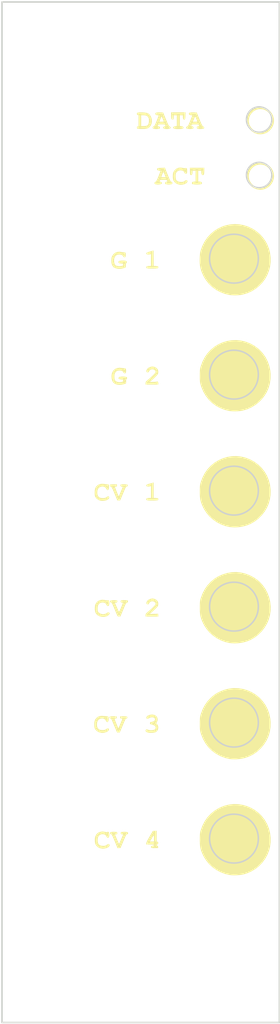
<source format=kicad_pcb>
(kicad_pcb (version 20211014) (generator pcbnew)
  (layers (0 "F.Cu" signal) (31 "B.Cu" signal) (34 "B.Paste" user) (35 "F.Paste" user) (36 "B.SilkS" user "B.Silkscreen") (37 "F.SilkS" user "F.Silkscreen") (38 "B.Mask" user) (39 "F.Mask" user) (44 "Edge.Cuts" user))
  (net 0 "")
  (footprint "MountingHole:MountingHole_3.2mm_M3_DIN965" (layer "F.Cu") (at 7.5 125.5)
    (fp_text reference "H2" hide)
    (fp_text value "MountingHole_Pad" hide)
    (pad "" np_thru_hole circle (at 0 0) (size 3.2 3.2) (drill 3.2) (layers *.Cu *.Mask))
  )
  (footprint "MountingHole:MountingHole_3.2mm_M3_DIN965" (layer "F.Cu") (at 7.5 3)
    (fp_text reference "H1" hide)
    (fp_text value "MountingHole_Pad" hide)
    (pad "" np_thru_hole circle (at 0 0) (size 3.2 3.2) (drill 3.2) (layers *.Cu *.Mask))
  )
  (footprint "BLE_Module_Faceplate:fp" (layer "F.Cu") (at 0 0)
    (fp_text reference "G***" hide)
    (fp_text value "LOGO" hide)
    (fp_poly (pts (xy 29.934366 27.99048) (xy 30.505587 28.096076) (xy 31.056621 28.273387) (xy 31.580431 28.519266) (xy 32.069979 28.83057) (xy 32.518229 29.204155) (xy 32.918142 29.636875) (xy 33.262681 30.125586) (xy 33.46895 30.503028) (xy 33.683835 31.037295) (xy 33.827928 31.602975) (xy 33.900255 32.18583) (xy 33.899842 32.771621) (xy 33.825714 33.34611) (xy 33.697003 33.836217) (xy 33.482973 34.377219) (xy 33.21571 34.862947) (xy 32.88473 35.309804) (xy 32.490685 35.723709) (xy 32.011713 36.11934) (xy 31.492073 36.441298) (xy 30.935002 36.68787) (xy 30.345411 36.856987) (xy 30.045426 36.904582) (xy 29.696867 36.932983) (xy 29.332727 36.941379) (xy 28.985996 36.928962) (xy 28.703489 36.897268) (xy 28.112243 36.757633) (xy 27.551521 36.543184) (xy 27.027773 36.259387) (xy 26.547451 35.911708) (xy 26.117005 35.505611) (xy 25.742887 35.046563) (xy 25.431549 34.540029) (xy 25.189441 33.991474) (xy 25.154247 33.890298) (xy 25.054649 33.556106) (xy 24.988359 33.238271) (xy 24.951866 32.909591) (xy 24.94166 32.542862) (xy 24.946997 32.284349) (xy 24.959454 32.001488) (xy 24.976721 31.779398) (xy 25.001936 31.594198) (xy 25.038239 31.42201) (xy 25.080864 31.265631) (xy 25.294896 30.678714) (xy 25.577362 30.135054) (xy 25.923186 29.639796) (xy 26.327294 29.198081) (xy 26.78461 28.815052) (xy 27.290059 28.495853) (xy 27.838565 28.245626) (xy 28.169964 28.135414) (xy 28.759517 28.007004) (xy 29.349997 27.959741)) (layer "F.SilkS") (width 0) (fill solid))
    (fp_poly (pts (xy 19.196752 75.134838) (xy 19.387273 75.221478) (xy 19.552667 75.342998) (xy 19.63323 75.436142) (xy 19.707582 75.613878) (xy 19.728134 75.819132) (xy 19.692695 76.013758) (xy 19.669473 76.066983) (xy 19.607987 76.152229) (xy 19.494429 76.279264) (xy 19.341523 76.435377) (xy 19.161992 76.607859) (xy 18.968559 76.784001) (xy 18.839822 76.895775) (xy 18.649322 77.057687) (xy 19.178489 77.042826) (xy 19.707655 77.027965) (xy 19.720673 77.207881) (xy 19.73369 77.387798) (xy 18.120155 77.387798) (xy 18.120155 77.206993) (xy 18.122608 77.130844) (xy 18.136974 77.068372) (xy 18.173761 77.006257) (xy 18.243479 76.931177) (xy 18.356637 76.829811) (xy 18.523744 76.688839) (xy 18.538979 76.676101) (xy 18.801108 76.450245) (xy 19.022773 76.245563) (xy 19.197753 76.068523) (xy 19.319825 75.925594) (xy 19.382768 75.823247) (xy 19.390155 75.791085) (xy 19.351235 75.662256) (xy 19.247747 75.550449) (xy 19.121511 75.48495) (xy 18.9332 75.461574) (xy 18.760665 75.511059) (xy 18.624139 75.625253) (xy 18.575196 75.705137) (xy 18.506712 75.816727) (xy 18.430975 75.861073) (xy 18.400172 75.863798) (xy 18.28666 75.83358) (xy 18.227111 75.752936) (xy 18.221769 75.636883) (xy 18.270879 75.500437) (xy 18.374684 75.358615) (xy 18.391682 75.341093) (xy 18.58099 75.206346) (xy 18.815815 75.123431) (xy 19.01568 75.101798)) (layer "F.SilkS") (width 0) (fill solid))
    (fp_poly (pts (xy 30.129442 71.83189) (xy 30.693881 71.964593) (xy 31.241664 72.168627) (xy 31.761516 72.440132) (xy 32.242161 72.77525) (xy 32.494521 72.993491) (xy 32.900294 73.428865) (xy 33.240058 73.909412) (xy 33.512274 74.426692) (xy 33.715399 74.972269) (xy 33.847895 75.537701) (xy 33.908219 76.11455) (xy 33.894831 76.694377) (xy 33.80619 77.268743) (xy 33.640756 77.829208) (xy 33.455239 78.255631) (xy 33.148002 78.77497) (xy 32.771683 79.254293) (xy 32.336358 79.683539) (xy 31.852101 80.052648) (xy 31.382659 80.325165) (xy 30.930231 80.512428) (xy 30.428973 80.651001) (xy 29.90166 80.737376) (xy 29.371067 80.768043) (xy 28.859969 80.739494) (xy 28.770576 80.727618) (xy 28.198954 80.603012) (xy 27.648122 80.402467) (xy 27.126538 80.132464) (xy 26.642661 79.799486) (xy 26.20495 79.410012) (xy 25.821862 78.970526) (xy 25.501857 78.487508) (xy 25.291818 78.061979) (xy 25.176925 77.777128) (xy 25.091158 77.528315) (xy 25.030577 77.29396) (xy 24.991243 77.05248) (xy 24.969215 76.782294) (xy 24.960554 76.46182) (xy 24.960102 76.244798) (xy 24.962025 75.960851) (xy 24.966544 75.743737) (xy 24.975466 75.575622) (xy 24.990593 75.438675) (xy 25.013729 75.315065) (xy 25.046679 75.186961) (xy 25.077884 75.080631) (xy 25.300344 74.480263) (xy 25.588617 73.930186) (xy 25.93847 73.433949) (xy 26.345672 72.9951) (xy 26.805989 72.617189) (xy 27.315188 72.303763) (xy 27.869039 72.058372) (xy 28.463306 71.884563) (xy 28.995691 71.79591) (xy 29.55962 71.774376)) (layer "F.SilkS") (width 0) (fill solid))
    (fp_poly (pts (xy 19.128584 31.328381) (xy 19.131263 31.4411) (xy 19.13348 31.614882) (xy 19.135105 31.837926) (xy 19.13601 32.098431) (xy 19.136155 32.25853) (xy 19.136155 33.230263) (xy 19.421905 33.24278) (xy 19.574607 33.251982) (xy 19.66223 33.267584) (xy 19.70436 33.296783) (xy 19.720582 33.346778) (xy 19.721488 33.352878) (xy 19.726155 33.430354) (xy 19.707867 33.48727) (xy 19.655953 33.526748) (xy 19.559746 33.551912) (xy 19.408574 33.565884) (xy 19.19177 33.571786) (xy 18.970105 33.572798) (xy 18.677615 33.569996) (xy 18.464857 33.561367) (xy 18.327072 33.54657) (xy 18.259503 33.525269) (xy 18.255622 33.521998) (xy 18.210138 33.438856) (xy 18.204822 33.403465) (xy 18.232164 33.313773) (xy 18.319944 33.25929) (xy 18.47679 33.235807) (xy 18.551955 33.234131) (xy 18.797489 33.234131) (xy 18.797489 31.750851) (xy 18.681072 31.782349) (xy 18.500837 31.81307) (xy 18.352986 31.804681) (xy 18.250001 31.762411) (xy 18.204365 31.691488) (xy 18.228563 31.59714) (xy 18.23068 31.593715) (xy 18.284254 31.558437) (xy 18.399113 31.508425) (xy 18.554717 31.450682) (xy 18.730523 31.392215) (xy 18.905989 31.340028) (xy 19.060573 31.301128) (xy 19.125572 31.288528)) (layer "F.SilkS") (width 0) (fill solid))
    (fp_poly (pts (xy 19.926441 13.896849) (xy 20.335567 13.908965) (xy 20.677778 14.745841) (xy 20.794429 15.028646) (xy 20.886024 15.243277) (xy 20.958168 15.400481) (xy 21.016464 15.511006) (xy 21.066516 15.585597) (xy 21.113927 15.635001) (xy 21.157572 15.665969) (xy 21.265319 15.754946) (xy 21.293927 15.837845) (xy 21.24892 15.909384) (xy 21.135819 15.964282) (xy 20.96015 15.997256) (xy 20.803592 16.004465) (xy 20.623779 15.998654) (xy 20.503941 15.977955) (xy 20.419976 15.937466) (xy 20.400262 15.92245) (xy 20.333911 15.8528) (xy 20.332477 15.791226) (xy 20.346715 15.7637) (xy 20.419125 15.695486) (xy 20.52029 15.644541) (xy 20.605313 15.60744) (xy 20.623765 15.561016) (xy 20.605012 15.506957) (xy 20.57989 15.463209) (xy 20.540244 15.435406) (xy 20.468812 15.419962) (xy 20.348333 15.41329) (xy 20.161546 15.411801) (xy 20.147175 15.411798) (xy 19.954334 15.41336) (xy 19.828733 15.42026) (xy 19.752969 15.435819) (xy 19.70964 15.463358) (xy 19.684548 15.50009) (xy 19.653307 15.571075) (xy 19.651309 15.597039) (xy 19.697146 15.614853) (xy 19.788574 15.645956) (xy 19.792322 15.647182) (xy 19.894036 15.712114) (xy 19.937935 15.805798) (xy 19.9171 15.902318) (xy 19.872918 15.949176) (xy 19.789467 15.977577) (xy 19.649686 15.995148) (xy 19.481269 16.00147) (xy 19.311909 15.996123) (xy 19.169301 15.97869) (xy 19.104405 15.960812) (xy 19.02241 15.893205) (xy 19.004954 15.800676) (xy 19.049374 15.709809) (xy 19.135193 15.653203) (xy 19.185749 15.627838) (xy 19.231637 15.585285) (xy 19.279612 15.513421) (xy 19.336428 15.40012) (xy 19.408839 15.233256) (xy 19.474086 15.073131) (xy 19.857057 15.073131) (xy 20.131606 15.073131) (xy 20.27157 15.069011) (xy 20.370478 15.058233) (xy 20.406155 15.043836) (xy 20.390489 14.981232) (xy 20.350286 14.872731) (xy 20.29574 14.741556) (xy 20.237045 14.610933) (xy 20.184396 14.504086) (xy 20.147985 14.44424) (xy 20.140524 14.438653) (xy 20.101917 14.472759) (xy 20.070757 14.533381) (xy 20.034284 14.626396) (xy 19.980975 14.761299) (xy 19.945422 14.850881) (xy 19.857057 15.073131) (xy 19.474086 15.073131) (xy 19.503598 15.000705) (xy 19.516329 14.968963) (xy 19.602336 14.752424) (xy 19.67595 14.563481) (xy 19.731862 14.416055) (xy 19.764762 14.324068) (xy 19.771291 14.300548) (xy 19.734301 14.278429) (xy 19.645111 14.268811) (xy 19.641372 14.268798) (xy 19.479002 14.244653) (xy 19.378633 14.175627) (xy 19.347822 14.078298) (xy 19.365219 13.996467) (xy 19.42458 13.940893) (xy 19.536656 13.908202) (xy 19.7122 13.895022)) (layer "F.SilkS") (width 0) (fill solid))
    (fp_poly (pts (xy 29.804651 101.005638) (xy 30.368032 101.09157) (xy 30.915132 101.247455) (xy 31.438895 101.470781) (xy 31.932266 101.759037) (xy 32.388189 102.109712) (xy 32.799607 102.520295) (xy 33.159464 102.988275) (xy 33.460706 103.511141) (xy 33.467422 103.524887) (xy 33.684058 104.064187) (xy 33.828806 104.635642) (xy 33.900619 105.225052) (xy 33.89845 105.818219) (xy 33.821249 106.400943) (xy 33.711267 106.82963) (xy 33.491438 107.388807) (xy 33.199662 107.910387) (xy 32.842704 108.387967) (xy 32.427328 108.815139) (xy 31.960301 109.1855) (xy 31.448387 109.492643) (xy 30.89835 109.730164) (xy 30.528855 109.842833) (xy 30.249929 109.898951) (xy 29.922318 109.940204) (xy 29.574232 109.965025) (xy 29.233883 109.971846) (xy 28.929485 109.959097) (xy 28.770576 109.940582) (xy 28.180204 109.806546) (xy 27.616889 109.597868) (xy 27.088002 109.320173) (xy 26.60091 108.979088) (xy 26.162983 108.580236) (xy 25.78159 108.129245) (xy 25.464099 107.631737) (xy 25.296587 107.288617) (xy 25.179264 107.002903) (xy 25.091661 106.748225) (xy 25.029862 106.503245) (xy 24.98995 106.246622) (xy 24.968009 105.957018) (xy 24.960123 105.613095) (xy 24.960029 105.454798) (xy 24.961979 105.170829) (xy 24.966523 104.95369) (xy 24.975465 104.785548) (xy 24.990611 104.648567) (xy 25.013766 104.524916) (xy 25.046736 104.396761) (xy 25.077884 104.290631) (xy 25.300995 103.686604) (xy 25.589773 103.134958) (xy 25.942546 102.637658) (xy 26.35764 102.196669) (xy 26.833383 101.813955) (xy 27.368101 101.491483) (xy 27.529434 101.411651) (xy 28.087381 101.192664) (xy 28.657269 101.053674) (xy 29.232044 100.992168)) (layer "F.SilkS") (width 0) (fill solid))
    (fp_poly (pts (xy 23.148719 14.317214) (xy 23.140632 14.520024) (xy 23.128048 14.654315) (xy 23.108046 14.736219) (xy 23.077709 14.781867) (xy 23.062572 14.793247) (xy 22.964454 14.821786) (xy 22.890737 14.771369) (xy 22.8437 14.644766) (xy 22.827626 14.507833) (xy 22.81493 14.268798) (xy 22.438155 14.268798) (xy 22.438155 15.623465) (xy 22.562399 15.623465) (xy 22.741485 15.644755) (xy 22.857691 15.7058) (xy 22.903418 15.802358) (xy 22.903822 15.813965) (xy 22.888216 15.887861) (xy 22.834367 15.940808) (xy 22.73173 15.975802) (xy 22.569756 15.995837) (xy 22.337901 16.00391) (xy 22.233152 16.004465) (xy 22.005544 16.000857) (xy 21.84712 15.988814) (xy 21.742653 15.966503) (xy 21.685575 15.938564) (xy 21.615251 15.869499) (xy 21.591489 15.813965) (xy 21.629304 15.736762) (xy 21.724981 15.670013) (xy 21.851869 15.629249) (xy 21.918408 15.623465) (xy 22.057155 15.623465) (xy 22.057155 14.268798) (xy 21.680195 14.268798) (xy 21.667592 14.533381) (xy 21.657899 14.67888) (xy 21.640694 14.76026) (xy 21.607437 14.798066) (xy 21.551527 14.812568) (xy 21.462197 14.807877) (xy 21.400182 14.757679) (xy 21.361445 14.651965) (xy 21.341949 14.480727) (xy 21.337489 14.281873) (xy 21.337489 13.887798) (xy 23.160784 13.887798)) (layer "F.SilkS") (width 0) (fill solid))
    (fp_poly (pts (xy 30.152582 57.231221) (xy 30.736031 57.37024) (xy 31.300074 57.588903) (xy 31.312179 57.594597) (xy 31.858845 57.897193) (xy 32.348487 58.259355) (xy 32.777664 58.675947) (xy 33.142931 59.141828) (xy 33.440847 59.651863) (xy 33.667968 60.200912) (xy 33.820852 60.783838) (xy 33.896056 61.395503) (xy 33.899052 61.455306) (xy 33.889712 62.072912) (xy 33.804822 62.657087) (xy 33.642772 63.215648) (xy 33.440604 63.681217) (xy 33.149609 64.17092) (xy 32.788279 64.630674) (xy 32.369106 65.048088) (xy 31.90458 65.410767) (xy 31.407193 65.706317) (xy 31.391655 65.714137) (xy 30.927179 65.906619) (xy 30.415372 66.047968) (xy 29.878923 66.134645) (xy 29.340522 66.163116) (xy 28.822856 66.129844) (xy 28.770576 66.122618) (xy 28.20003 65.99818) (xy 27.649881 65.7978) (xy 27.128662 65.528014) (xy 26.644905 65.19536) (xy 26.207139 64.806375) (xy 25.823897 64.367596) (xy 25.503711 63.885561) (xy 25.291818 63.456979) (xy 25.176925 63.172128) (xy 25.091158 62.923315) (xy 25.030577 62.68896) (xy 24.991243 62.44748) (xy 24.969215 62.177294) (xy 24.960554 61.85682) (xy 24.960102 61.639798) (xy 24.962025 61.355851) (xy 24.966544 61.138737) (xy 24.975466 60.970622) (xy 24.990593 60.833675) (xy 25.013729 60.710065) (xy 25.046679 60.581961) (xy 25.077884 60.475631) (xy 25.301272 59.870187) (xy 25.589705 59.317551) (xy 25.941125 58.819988) (xy 26.353478 58.379764) (xy 26.824705 57.999144) (xy 27.35275 57.680394) (xy 27.799577 57.47743) (xy 28.373225 57.294952) (xy 28.962437 57.193286) (xy 29.55847 57.172139)) (layer "F.SilkS") (width 0) (fill solid))
    (fp_poly (pts (xy 14.513812 60.865762) (xy 14.513015 60.962914) (xy 14.471265 61.009343) (xy 14.407979 61.028215) (xy 14.312597 61.049572) (xy 14.261562 61.061417) (xy 14.267592 61.099945) (xy 14.300561 61.199671) (xy 14.353808 61.344078) (xy 14.420671 61.516651) (xy 14.494487 61.700875) (xy 14.568595 61.880234) (xy 14.636332 62.038211) (xy 14.691037 62.158292) (xy 14.726048 62.22396) (xy 14.733489 62.231361) (xy 14.755907 62.194282) (xy 14.805093 62.090688) (xy 14.875866 61.932469) (xy 14.963044 61.731518) (xy 15.061445 61.499725) (xy 15.165888 61.248982) (xy 15.234433 61.081782) (xy 15.209738 61.055854) (xy 15.144366 61.047131) (xy 15.023905 61.012734) (xy 14.957972 60.920611) (xy 14.952489 60.827211) (xy 14.962881 60.782682) (xy 14.989507 60.754285) (xy 15.048422 60.738398) (xy 15.155679 60.731399) (xy 15.327333 60.729666) (xy 15.385041 60.729631) (xy 15.583238 60.731841) (xy 15.713535 60.74024) (xy 15.792623 60.757486) (xy 15.837196 60.786236) (xy 15.850492 60.803715) (xy 15.87015 60.900688) (xy 15.82277 60.987958) (xy 15.724049 61.037847) (xy 15.717022 61.039019) (xy 15.691188 61.044778) (xy 15.666529 61.059118) (xy 15.639177 61.090066) (xy 15.605259 61.145647) (xy 15.560907 61.233888) (xy 15.502248 61.362814) (xy 15.425413 61.540451) (xy 15.32653 61.774826) (xy 15.20173 62.073964) (xy 15.10064 62.317131) (xy 14.915944 62.761631) (xy 14.739929 62.774654) (xy 14.622988 62.776045) (xy 14.560394 62.749907) (xy 14.52537 62.689988) (xy 14.497429 62.621388) (xy 14.442613 62.488625) (xy 14.36671 62.305647) (xy 14.275505 62.086404) (xy 14.174787 61.844845) (xy 14.168775 61.830444) (xy 14.053558 61.558076) (xy 13.963619 61.355163) (xy 13.89391 61.21211) (xy 13.839386 61.119322) (xy 13.795 61.067205) (xy 13.756364 61.046315) (xy 13.648704 60.991143) (xy 13.597135 60.903186) (xy 13.615157 60.805859) (xy 13.616485 60.803715) (xy 13.650937 60.768894) (xy 13.71236 60.746779) (xy 13.817448 60.73471) (xy 13.982893 60.730033) (xy 14.081936 60.729631) (xy 14.500655 60.729631)) (layer "F.SilkS") (width 0) (fill solid))
    (fp_poly (pts (xy 19.164918 89.745486) (xy 19.275968 89.783408) (xy 19.461875 89.906871) (xy 19.587017 90.075905) (xy 19.646352 90.273268) (xy 19.634842 90.48172) (xy 19.547443 90.684023) (xy 19.541773 90.692519) (xy 19.481715 90.791527) (xy 19.472398 90.844537) (xy 19.499197 90.866338) (xy 19.584152 90.936609) (xy 19.659589 91.06309) (xy 19.71209 91.217415) (xy 19.728664 91.3514) (xy 19.693088 91.589732) (xy 19.585623 91.783506) (xy 19.447834 91.906861) (xy 19.362099 91.957696) (xy 19.270066 91.990516) (xy 19.148638 92.010181) (xy 18.974717 92.021548) (xy 18.887111 92.024799) (xy 18.678245 92.028235) (xy 18.528906 92.020333) (xy 18.414369 91.998115) (xy 18.309906 91.958601) (xy 18.300072 91.954056) (xy 18.187186 91.892855) (xy 18.134158 91.832919) (xy 18.120206 91.749715) (xy 18.120155 91.741674) (xy 18.150652 91.633535) (xy 18.23435 91.58386) (xy 18.359562 91.596725) (xy 18.439016 91.630429) (xy 18.583663 91.677395) (xy 18.762383 91.695146) (xy 18.951671 91.686332) (xy 19.128022 91.653601) (xy 19.267931 91.599603) (xy 19.347324 91.528062) (xy 19.39451 91.372747) (xy 19.359631 91.237165) (xy 19.243039 91.121676) (xy 19.045089 91.026638) (xy 18.784331 90.956103) (xy 18.702522 90.927791) (xy 18.675615 90.870038) (xy 18.678498 90.795429) (xy 18.69119 90.71685) (xy 18.724423 90.672732) (xy 18.800139 90.648347) (xy 18.923408 90.631014) (xy 19.122263 90.581133) (xy 19.24955 90.489525) (xy 19.303594 90.357545) (xy 19.305489 90.322502) (xy 19.269224 90.204018) (xy 19.172276 90.12058) (xy 19.032417 90.075396) (xy 18.867416 90.071676) (xy 18.695045 90.112631) (xy 18.553509 90.186687) (xy 18.408456 90.26391) (xy 18.302666 90.266706) (xy 18.2349 90.194998) (xy 18.224089 90.166481) (xy 18.224969 90.047431) (xy 18.29536 89.938911) (xy 18.420262 89.846385) (xy 18.584671 89.775316) (xy 18.773585 89.731167) (xy 18.972001 89.719403)) (layer "F.SilkS") (width 0) (fill solid))
    (fp_poly (pts (xy 13.042479 104.503118) (xy 13.184241 104.540401) (xy 13.262559 104.528903) (xy 13.267935 104.524285) (xy 13.356464 104.475549) (xy 13.437396 104.501187) (xy 13.501796 104.590914) (xy 13.540727 104.734448) (xy 13.548155 104.846771) (xy 13.534961 105.045803) (xy 13.492749 105.172092) (xy 13.417576 105.233764) (xy 13.355823 105.243131) (xy 13.278251 105.224326) (xy 13.220032 105.154578) (xy 13.184207 105.075859) (xy 13.083835 104.929482) (xy 12.931713 104.83219) (xy 12.747796 104.788043) (xy 12.552038 104.801104) (xy 12.364394 104.875433) (xy 12.325305 104.901035) (xy 12.187602 105.042011) (xy 12.102908 105.235196) (xy 12.067878 105.489135) (xy 12.066489 105.562032) (xy 12.093013 105.822363) (xy 12.174621 106.019205) (xy 12.31436 106.155573) (xy 12.515279 106.234481) (xy 12.771386 106.258973) (xy 12.911511 106.253484) (xy 13.024063 106.23023) (xy 13.136351 106.178712) (xy 13.275686 106.088434) (xy 13.347072 106.037708) (xy 13.441627 106.013037) (xy 13.530616 106.054443) (xy 13.58299 106.147261) (xy 13.58341 106.149333) (xy 13.567562 106.269302) (xy 13.481562 106.380631) (xy 13.339884 106.477318) (xy 13.157001 106.55336) (xy 12.947388 106.602755) (xy 12.725517 106.6195) (xy 12.505863 106.597592) (xy 12.503639 106.59714) (xy 12.246706 106.515245) (xy 12.042279 106.380755) (xy 11.976071 106.315827) (xy 11.848255 106.156906) (xy 11.767682 105.995432) (xy 11.72559 105.805522) (xy 11.713215 105.561289) (xy 11.713243 105.539465) (xy 11.718649 105.340882) (xy 11.736905 105.195807) (xy 11.773913 105.073368) (xy 11.822515 104.967965) (xy 11.921915 104.794948) (xy 12.02588 104.675946) (xy 12.16263 104.583678) (xy 12.278916 104.526722) (xy 12.538983 104.452867) (xy 12.818548 104.450927)) (layer "F.SilkS") (width 0) (fill solid))
    (fp_poly (pts (xy 32.96146 13.256432) (xy 33.30457 13.373174) (xy 33.624056 13.565061) (xy 33.810643 13.725757) (xy 34.047942 14.012728) (xy 34.211581 14.327492) (xy 34.303467 14.659654) (xy 34.325504 14.998818) (xy 34.279598 15.334588) (xy 34.167656 15.65657) (xy 33.991582 15.954367) (xy 33.753282 16.217584) (xy 33.454662 16.435826) (xy 33.298866 16.517644) (xy 32.993534 16.621234) (xy 32.660431 16.667444) (xy 32.332844 16.653007) (xy 32.195989 16.625826) (xy 31.849565 16.49681) (xy 31.544802 16.303566) (xy 31.288611 16.056576) (xy 31.087901 15.766322) (xy 30.949584 15.443285) (xy 30.88057 15.097946) (xy 30.880765 15.08828) (xy 31.14174 15.08828) (xy 31.211483 15.400099) (xy 31.259005 15.517959) (xy 31.43859 15.818562) (xy 31.671056 16.062655) (xy 31.945065 16.245422) (xy 32.249274 16.362045) (xy 32.572343 16.407707) (xy 32.902931 16.377591) (xy 33.126563 16.311244) (xy 33.425343 16.153304) (xy 33.674399 15.935989) (xy 33.86725 15.671681) (xy 33.997419 15.372761) (xy 34.058427 15.051609) (xy 34.043796 14.720606) (xy 34.019579 14.604612) (xy 33.894306 14.275199) (xy 33.701434 13.99109) (xy 33.449551 13.760883) (xy 33.147246 13.593176) (xy 32.941029 13.525055) (xy 32.615292 13.48171) (xy 32.303526 13.51334) (xy 32.013223 13.611066) (xy 31.751876 13.76601) (xy 31.526979 13.969294) (xy 31.346023 14.212041) (xy 31.216503 14.485373) (xy 31.145911 14.780411) (xy 31.14174 15.08828) (xy 30.880765 15.08828) (xy 30.88777 14.740788) (xy 30.900422 14.660833) (xy 31.009757 14.292859) (xy 31.191589 13.963182) (xy 31.438997 13.680745) (xy 31.745062 13.454494) (xy 31.894384 13.37605) (xy 32.245966 13.255972) (xy 32.605125 13.216731)) (layer "F.SilkS") (width 0) (fill solid))
    (fp_poly (pts (xy 14.336825 104.488589) (xy 14.468541 104.514911) (xy 14.539425 104.566022) (xy 14.560895 104.647844) (xy 14.556822 104.701051) (xy 14.526138 104.773286) (xy 14.445284 104.806562) (xy 14.402003 104.81215) (xy 14.305273 104.834793) (xy 14.279729 104.873812) (xy 14.280375 104.87565) (xy 14.354526 105.062629) (xy 14.4379 105.265701) (xy 14.524019 105.469952) (xy 14.606402 105.660465) (xy 14.678572 105.822325) (xy 14.734046 105.940617) (xy 14.766348 106.000424) (xy 14.770888 106.004786) (xy 14.795371 105.967128) (xy 14.846864 105.861369) (xy 14.920772 105.697955) (xy 15.012501 105.487332) (xy 15.117458 105.239945) (xy 15.231048 104.966242) (xy 15.276766 104.854449) (xy 15.250472 104.830484) (xy 15.167474 104.819831) (xy 15.161839 104.819798) (xy 15.044153 104.789617) (xy 14.977776 104.71183) (xy 14.97839 104.608131) (xy 15.009676 104.549449) (xy 15.066034 104.512075) (xy 15.164177 104.49143) (xy 15.32082 104.482935) (xy 15.439548 104.481779) (xy 15.662485 104.491524) (xy 15.811209 104.523846) (xy 15.893917 104.581898) (xy 15.918822 104.666188) (xy 15.882543 104.751702) (xy 15.79761 104.810437) (xy 15.746304 104.819798) (xy 15.711435 104.84308) (xy 15.661342 104.91713) (xy 15.592862 105.048259) (xy 15.50283 105.242775) (xy 15.388082 105.506987) (xy 15.316323 105.677048) (xy 14.95726 106.534298) (xy 14.771291 106.545749) (xy 14.585322 106.557199) (xy 14.228132 105.688499) (xy 14.09792 105.376932) (xy 13.993834 105.139798) (xy 13.913312 104.971868) (xy 13.853797 104.867915) (xy 13.812726 104.822713) (xy 13.802682 104.819798) (xy 13.703795 104.787807) (xy 13.646967 104.711021) (xy 13.640784 104.618224) (xy 13.693836 104.538199) (xy 13.714705 104.524954) (xy 13.794904 104.504026) (xy 13.932566 104.488535) (xy 14.100528 104.481329) (xy 14.132855 104.481131)) (layer "F.SilkS") (width 0) (fill solid))
    (fp_poly (pts (xy 25.528489 21.256581) (xy 25.522561 21.488662) (xy 25.502117 21.64806) (xy 25.463163 21.746104) (xy 25.401704 21.79412) (xy 25.335451 21.804131) (xy 25.236524 21.765948) (xy 25.173894 21.652211) (xy 25.148158 21.464136) (xy 25.147489 21.420375) (xy 25.147489 21.253798) (xy 24.766489 21.253798) (xy 24.766489 22.608465) (xy 24.917438 22.608465) (xy 25.091921 22.630801) (xy 25.197892 22.696501) (xy 25.232155 22.798965) (xy 25.199874 22.899048) (xy 25.150272 22.945642) (xy 25.070565 22.964888) (xy 24.929322 22.978159) (xy 24.748656 22.985492) (xy 24.550677 22.986925) (xy 24.357497 22.982495) (xy 24.191229 22.972241) (xy 24.073982 22.9562) (xy 24.036239 22.94374) (xy 23.974983 22.866441) (xy 23.968024 22.763664) (xy 24.014328 22.674018) (xy 24.044039 22.652287) (xy 24.142517 22.622043) (xy 24.269528 22.608515) (xy 24.276872 22.608465) (xy 24.427822 22.608465) (xy 24.427822 21.253798) (xy 24.046822 21.253798) (xy 24.046822 21.457373) (xy 24.026817 21.645836) (xy 23.966931 21.760076) (xy 23.867355 21.799789) (xy 23.832783 21.797568) (xy 23.787083 21.787821) (xy 23.756812 21.763756) (xy 23.738187 21.709986) (xy 23.727425 21.611122) (xy 23.720743 21.451778) (xy 23.717306 21.327881) (xy 23.705291 20.872798) (xy 25.528489 20.872798)) (layer "F.SilkS") (width 0) (fill solid))
    (fp_poly (pts (xy 22.724779 20.869611) (xy 22.914638 20.912771) (xy 23.048426 20.923983) (xy 23.14788 20.904676) (xy 23.162947 20.898457) (xy 23.253094 20.893671) (xy 23.319537 20.96513) (xy 23.358968 21.106905) (xy 23.36884 21.267405) (xy 23.361649 21.45049) (xy 23.33642 21.563012) (xy 23.286011 21.618368) (xy 23.203278 21.629959) (xy 23.176841 21.627604) (xy 23.084788 21.597753) (xy 23.034146 21.518885) (xy 23.021613 21.47658) (xy 22.94532 21.341149) (xy 22.801668 21.249333) (xy 22.598136 21.20516) (xy 22.51095 21.201695) (xy 22.316449 21.226956) (xy 22.156445 21.310816) (xy 22.008677 21.465387) (xy 21.996271 21.481768) (xy 21.950382 21.559398) (xy 21.923551 21.655673) (xy 21.911301 21.794335) (xy 21.908989 21.944819) (xy 21.920466 22.176826) (xy 21.960703 22.344601) (xy 22.038405 22.466169) (xy 22.162275 22.559554) (xy 22.220641 22.590131) (xy 22.367207 22.635961) (xy 22.547185 22.657257) (xy 22.72964 22.653949) (xy 22.883639 22.625965) (xy 22.957708 22.591823) (xy 23.069221 22.511668) (xy 23.144175 22.457461) (xy 23.251259 22.419701) (xy 23.347249 22.448671) (xy 23.405254 22.53197) (xy 23.411822 22.580867) (xy 23.37228 22.708378) (xy 23.26394 22.821614) (xy 23.10223 22.914917) (xy 22.902579 22.982629) (xy 22.680417 23.019094) (xy 22.451171 23.018655) (xy 22.289989 22.992213) (xy 22.029297 22.888784) (xy 21.810826 22.721707) (xy 21.649853 22.503708) (xy 21.614901 22.429908) (xy 21.574534 22.274397) (xy 21.553591 22.067905) (xy 21.552541 21.841967) (xy 21.571855 21.628122) (xy 21.6009 21.491543) (xy 21.673084 21.340569) (xy 21.795983 21.176621) (xy 21.848392 21.120707) (xy 22.073262 20.947786) (xy 22.321012 20.854747) (xy 22.585426 20.843371)) (layer "F.SilkS") (width 0) (fill solid))
    (fp_poly (pts (xy 15.630831 75.31704) (xy 15.764231 75.329235) (xy 15.843781 75.352253) (xy 15.877529 75.378218) (xy 15.905193 75.468238) (xy 15.874361 75.566919) (xy 15.80022 75.641218) (xy 15.74827 75.659457) (xy 15.684491 75.693571) (xy 15.619279 75.784231) (xy 15.543528 75.94418) (xy 15.54172 75.948465) (xy 15.481896 76.090485) (xy 15.399094 76.287006) (xy 15.303225 76.51451) (xy 15.204198 76.749477) (xy 15.180495 76.805715) (xy 14.935151 77.387798) (xy 14.76849 77.387798) (xy 14.672117 77.383076) (xy 14.6107 77.356255) (xy 14.56173 77.288353) (xy 14.504947 77.165548) (xy 14.45488 77.048646) (xy 14.3808 76.873061) (xy 14.290929 76.658399) (xy 14.193488 76.424269) (xy 14.14198 76.299943) (xy 14.035857 76.048496) (xy 13.953611 75.866963) (xy 13.890089 75.745726) (xy 13.840136 75.675165) (xy 13.7986 75.645661) (xy 13.790433 75.643776) (xy 13.690249 75.596743) (xy 13.640121 75.510466) (xy 13.655916 75.413249) (xy 13.658654 75.408715) (xy 13.70247 75.368628) (xy 13.784601 75.343022) (xy 13.922868 75.327839) (xy 14.039296 75.322079) (xy 14.263268 75.31776) (xy 14.415453 75.326692) (xy 14.50812 75.351958) (xy 14.553535 75.39664) (xy 14.564155 75.453971) (xy 14.530237 75.576327) (xy 14.435129 75.642876) (xy 14.365188 75.652131) (xy 14.289668 75.657731) (xy 14.267822 75.667241) (xy 14.284046 75.721236) (xy 14.327668 75.832617) (xy 14.39111 75.984298) (xy 14.466795 76.159192) (xy 14.547144 76.340213) (xy 14.624581 76.510276) (xy 14.691527 76.652293) (xy 14.740406 76.749179) (xy 14.763004 76.783803) (xy 14.79203 76.751559) (xy 14.845916 76.654248) (xy 14.917934 76.505359) (xy 15.001354 76.318377) (xy 15.036828 76.234937) (xy 15.118649 76.035308) (xy 15.184465 75.865971) (xy 15.229145 75.740846) (xy 15.247561 75.673851) (xy 15.246329 75.666417) (xy 15.189378 75.653051) (xy 15.108575 75.635033) (xy 15.000322 75.580224) (xy 14.963098 75.48726) (xy 14.98913 75.395064) (xy 15.019469 75.356305) (xy 15.071791 75.332055) (xy 15.163676 75.319048) (xy 15.312706 75.314016) (xy 15.428294 75.313465)) (layer "F.SilkS") (width 0) (fill solid))
    (fp_poly (pts (xy 19.196752 45.924838) (xy 19.387273 46.011478) (xy 19.552667 46.132998) (xy 19.63323 46.226142) (xy 19.707582 46.403878) (xy 19.728134 46.609132) (xy 19.692695 46.803758) (xy 19.669473 46.856983) (xy 19.608247 46.941872) (xy 19.495543 47.068054) (xy 19.344644 47.22228) (xy 19.168833 47.391304) (xy 18.981391 47.561878) (xy 18.842785 47.681498) (xy 18.655249 47.839131) (xy 19.054452 47.838483) (xy 19.235517 47.834262) (xy 19.38813 47.823488) (xy 19.489876 47.808077) (xy 19.514874 47.799103) (xy 19.607283 47.777479) (xy 19.680876 47.828038) (xy 19.723233 47.938541) (xy 19.728822 48.009954) (xy 19.728822 48.177798) (xy 18.120155 48.177798) (xy 18.120155 47.996993) (xy 18.122608 47.920844) (xy 18.136974 47.858372) (xy 18.173761 47.796257) (xy 18.243479 47.721177) (xy 18.356637 47.619811) (xy 18.523744 47.478839) (xy 18.538979 47.466101) (xy 18.801108 47.240245) (xy 19.022773 47.035563) (xy 19.197753 46.858523) (xy 19.319825 46.715594) (xy 19.382768 46.613247) (xy 19.390155 46.581085) (xy 19.350796 46.450973) (xy 19.244616 46.339757) (xy 19.100838 46.269899) (xy 18.911525 46.250808) (xy 18.7416 46.303402) (xy 18.610218 46.419347) (xy 18.562564 46.504108) (xy 18.485086 46.615769) (xy 18.390685 46.658866) (xy 18.300682 46.640058) (xy 18.236403 46.566007) (xy 18.21917 46.443372) (xy 18.226157 46.39903) (xy 18.303894 46.230097) (xy 18.447693 46.083821) (xy 18.639688 45.97168) (xy 18.862017 45.905149) (xy 19.01568 45.891798)) (layer "F.SilkS") (width 0) (fill solid))
    (fp_poly (pts (xy 32.91455 20.234839) (xy 33.233735 20.330435) (xy 33.528183 20.483942) (xy 33.789312 20.688809) (xy 34.008543 20.938484) (xy 34.177293 21.226413) (xy 34.286981 21.546044) (xy 34.329027 21.890825) (xy 34.304697 22.201554) (xy 34.204785 22.553751) (xy 34.037998 22.869387) (xy 33.814553 23.141635) (xy 33.544665 23.363667) (xy 33.238549 23.528657) (xy 32.906421 23.629778) (xy 32.558496 23.660202) (xy 32.20499 23.613102) (xy 32.195989 23.610826) (xy 31.849565 23.48181) (xy 31.544802 23.288566) (xy 31.288611 23.041576) (xy 31.087901 22.751322) (xy 30.949584 22.428285) (xy 30.88057 22.082946) (xy 30.880765 22.07328) (xy 31.14174 22.07328) (xy 31.211483 22.385099) (xy 31.259005 22.502959) (xy 31.43859 22.803562) (xy 31.671056 23.047655) (xy 31.945065 23.230422) (xy 32.249274 23.347045) (xy 32.572343 23.392707) (xy 32.902931 23.362591) (xy 33.126563 23.296244) (xy 33.425343 23.138304) (xy 33.674399 22.920989) (xy 33.86725 22.656681) (xy 33.997419 22.357761) (xy 34.058427 22.036609) (xy 34.043796 21.705606) (xy 34.019579 21.589612) (xy 33.894306 21.260199) (xy 33.701434 20.97609) (xy 33.449551 20.745883) (xy 33.147246 20.578176) (xy 32.941029 20.510055) (xy 32.615292 20.46671) (xy 32.303526 20.49834) (xy 32.013223 20.596066) (xy 31.751876 20.75101) (xy 31.526979 20.954294) (xy 31.346023 21.197041) (xy 31.216503 21.470373) (xy 31.145911 21.765411) (xy 31.14174 22.07328) (xy 30.880765 22.07328) (xy 30.88777 21.725788) (xy 30.900422 21.645833) (xy 31.009757 21.277859) (xy 31.191589 20.948182) (xy 31.438997 20.665745) (xy 31.745062 20.439494) (xy 31.894384 20.36105) (xy 32.236293 20.243594) (xy 32.579209 20.203708)) (layer "F.SilkS") (width 0) (fill solid))
    (fp_poly (pts (xy 19.136155 62.440263) (xy 19.421905 62.45278) (xy 19.574607 62.461982) (xy 19.66223 62.477584) (xy 19.70436 62.506783) (xy 19.720582 62.556778) (xy 19.721488 62.562878) (xy 19.726155 62.640354) (xy 19.707867 62.69727) (xy 19.655953 62.736748) (xy 19.559746 62.761912) (xy 19.408574 62.775884) (xy 19.19177 62.781786) (xy 18.970105 62.782798) (xy 18.677615 62.779996) (xy 18.464857 62.771367) (xy 18.327072 62.75657) (xy 18.259503 62.735269) (xy 18.255622 62.731998) (xy 18.210138 62.648856) (xy 18.204822 62.613465) (xy 18.232164 62.523773) (xy 18.319944 62.46929) (xy 18.47679 62.445807) (xy 18.551955 62.444131) (xy 18.797489 62.444131) (xy 18.797489 60.960851) (xy 18.681072 60.992349) (xy 18.501387 61.023267) (xy 18.350469 61.016089) (xy 18.249446 60.972714) (xy 18.23135 60.951881) (xy 18.203072 60.874653) (xy 18.230143 60.80742) (xy 18.3198 60.745082) (xy 18.479279 60.682539) (xy 18.706326 60.617168) (xy 19.136155 60.504704)) (layer "F.SilkS") (width 0) (fill solid))
    (fp_poly (pts (xy 19.517155 105.695208) (xy 19.622989 105.743428) (xy 19.710519 105.818358) (xy 19.728822 105.899298) (xy 19.694365 106.004029) (xy 19.622989 106.055167) (xy 19.534599 106.116532) (xy 19.529795 106.178776) (xy 19.608862 106.236936) (xy 19.612405 106.238509) (xy 19.687939 106.304215) (xy 19.707655 106.407298) (xy 19.707655 106.534298) (xy 19.304786 106.546295) (xy 19.078591 106.547726) (xy 18.930281 106.535771) (xy 18.85406 106.509918) (xy 18.849702 106.506078) (xy 18.797864 106.411623) (xy 18.818727 106.322193) (xy 18.900907 106.252741) (xy 19.033024 106.218223) (xy 19.069872 106.216798) (xy 19.157072 106.195197) (xy 19.178489 106.153298) (xy 19.165483 106.125413) (xy 19.117678 106.106847) (xy 19.021893 106.095879) (xy 18.864947 106.090791) (xy 18.691655 106.089798) (xy 18.204822 106.089798) (xy 18.204822 105.942692) (xy 18.217413 105.865326) (xy 18.25813 105.754951) (xy 18.280308 105.708798) (xy 18.66569 105.708798) (xy 19.178489 105.708798) (xy 19.178489 105.327798) (xy 19.175224 105.160021) (xy 19.166479 105.02995) (xy 19.153827 104.956468) (xy 19.146739 104.946841) (xy 19.109896 104.980572) (xy 19.048678 105.067374) (xy 18.999887 105.147924) (xy 18.907933 105.306196) (xy 18.810481 105.470518) (xy 18.775237 105.528881) (xy 18.66569 105.708798) (xy 18.280308 105.708798) (xy 18.331386 105.602504) (xy 18.441596 105.398923) (xy 18.593174 105.135143) (xy 18.622327 105.085442) (xy 19.039832 104.375298) (xy 19.278493 104.362602) (xy 19.517155 104.349906)) (layer "F.SilkS") (width 0) (fill solid))
    (fp_poly (pts (xy 29.838529 86.403505) (xy 30.416806 86.496064) (xy 30.979761 86.663372) (xy 31.519458 86.904161) (xy 32.027958 87.217164) (xy 32.494521 87.598491) (xy 32.912028 88.045749) (xy 33.260082 88.539183) (xy 33.535973 89.072872) (xy 33.736987 89.640893) (xy 33.860413 90.237324) (xy 33.899052 90.665306) (xy 33.889032 91.294765) (xy 33.801722 91.890243) (xy 33.636292 92.453922) (xy 33.391911 92.987984) (xy 33.067747 93.494611) (xy 32.662971 93.975986) (xy 32.622632 94.018071) (xy 32.164759 94.432959) (xy 31.668434 94.772598) (xy 31.135733 95.036076) (xy 30.568731 95.222482) (xy 29.969503 95.330902) (xy 29.571322 95.358906) (xy 29.336359 95.362064) (xy 29.106283 95.358639) (xy 28.90788 95.349411) (xy 28.770576 95.335582) (xy 28.177728 95.200195) (xy 27.596195 94.98226) (xy 27.454655 94.915986) (xy 26.916494 94.608443) (xy 26.434029 94.238227) (xy 26.010088 93.808799) (xy 25.647499 93.323617) (xy 25.349089 92.786141) (xy 25.117688 92.199831) (xy 25.050738 91.975306) (xy 25.016337 91.839661) (xy 24.991529 91.710715) (xy 24.974894 91.57085) (xy 24.965012 91.40245) (xy 24.960465 91.1879) (xy 24.959831 90.909582) (xy 24.960029 90.849798) (xy 24.961979 90.565829) (xy 24.966523 90.34869) (xy 24.975465 90.180548) (xy 24.990611 90.043567) (xy 25.013766 89.919916) (xy 25.046736 89.791761) (xy 25.077884 89.685631) (xy 25.299994 89.083054) (xy 25.587174 88.534298) (xy 25.940153 88.03815) (xy 26.304801 87.645031) (xy 26.585396 87.391726) (xy 26.854276 87.185457) (xy 27.141512 87.005648) (xy 27.477178 86.831723) (xy 27.530959 86.8061) (xy 28.091146 86.586992) (xy 28.667761 86.447702) (xy 29.252868 86.386962)) (layer "F.SilkS") (width 0) (fill solid))
    (fp_poly (pts (xy 12.852894 60.668479) (xy 13.010298 60.70516) (xy 13.139067 60.729151) (xy 13.251699 60.723306) (xy 13.372668 60.717192) (xy 13.450522 60.763308) (xy 13.492485 60.871377) (xy 13.505778 61.051122) (xy 13.505822 61.06539) (xy 13.488826 61.261622) (xy 13.443057 61.396655) (xy 13.376337 61.465544) (xy 13.296492 61.463343) (xy 13.211346 61.38511) (xy 13.154957 61.287118) (xy 13.042006 61.134779) (xy 12.885982 61.040716) (xy 12.704343 61.004005) (xy 12.514546 61.023723) (xy 12.334048 61.098946) (xy 12.180306 61.228751) (xy 12.10254 61.342804) (xy 12.045902 61.510821) (xy 12.022478 61.716776) (xy 12.032093 61.927362) (xy 12.07457 62.109272) (xy 12.106959 62.177248) (xy 12.217404 62.320697) (xy 12.350525 62.410104) (xy 12.526639 62.455003) (xy 12.720793 62.465298) (xy 12.889287 62.460895) (xy 13.003852 62.442427) (xy 13.095001 62.402007) (xy 13.171151 62.348881) (xy 13.309171 62.25994) (xy 13.411114 62.237395) (xy 13.490567 62.279071) (xy 13.505366 62.295415) (xy 13.543143 62.39816) (xy 13.50416 62.511844) (xy 13.393627 62.626213) (xy 13.308217 62.683366) (xy 13.181271 62.747577) (xy 13.050233 62.786586) (xy 12.883362 62.808153) (xy 12.768888 62.815196) (xy 12.587832 62.820712) (xy 12.459286 62.812445) (xy 12.351478 62.784695) (xy 12.232638 62.731761) (xy 12.193751 62.712007) (xy 11.965944 62.556736) (xy 11.833917 62.408771) (xy 11.769242 62.30609) (xy 11.72919 62.208617) (xy 11.706514 62.088687) (xy 11.693968 61.918634) (xy 11.69158 61.865416) (xy 11.69993 61.52532) (xy 11.758583 61.248492) (xy 11.870916 61.027726) (xy 12.040305 60.855819) (xy 12.213881 60.751173) (xy 12.405387 60.689068) (xy 12.631102 60.660769)) (layer "F.SilkS") (width 0) (fill solid))
    (fp_poly (pts (xy 24.162482 13.896849) (xy 24.574317 13.908965) (xy 24.913819 14.745659) (xy 25.029549 15.028415) (xy 25.120401 15.24295) (xy 25.191961 15.40004) (xy 25.249816 15.510458) (xy 25.299554 15.58498) (xy 25.34676 15.63438) (xy 25.390905 15.665787) (xy 25.480078 15.73286) (xy 25.526101 15.792902) (xy 25.52784 15.802759) (xy 25.508274 15.890026) (xy 25.443193 15.947155) (xy 25.319227 15.981035) (xy 25.150586 15.9971) (xy 24.923711 16.002687) (xy 24.765574 15.987329) (xy 24.662144 15.947921) (xy 24.599395 15.881358) (xy 24.595439 15.874259) (xy 24.577445 15.771963) (xy 24.639357 15.689225) (xy 24.766474 15.633879) (xy 24.846618 15.600933) (xy 24.859946 15.548606) (xy 24.847181 15.507048) (xy 24.825755 15.463645) (xy 24.789479 15.435907) (xy 24.721556 15.420347) (xy 24.605186 15.413479) (xy 24.423571 15.411814) (xy 24.388342 15.411798) (xy 24.193471 15.4133) (xy 24.066036 15.419958) (xy 23.988827 15.435003) (xy 23.944634 15.461664) (xy 23.917881 15.50009) (xy 23.88664 15.571075) (xy 23.884642 15.597039) (xy 23.930479 15.614853) (xy 24.021908 15.645956) (xy 24.025655 15.647182) (xy 24.12737 15.712114) (xy 24.171268 15.805798) (xy 24.150434 15.902318) (xy 24.106251 15.949176) (xy 24.0228 15.977577) (xy 23.883019 15.995148) (xy 23.714602 16.00147) (xy 23.545242 15.996123) (xy 23.402635 15.97869) (xy 23.337739 15.960812) (xy 23.255744 15.893205) (xy 23.238287 15.800676) (xy 23.282707 15.709809) (xy 23.368527 15.653203) (xy 23.419082 15.627838) (xy 23.46497 15.585285) (xy 23.512946 15.513421) (xy 23.569762 15.40012) (xy 23.642172 15.233256) (xy 23.70742 15.073131) (xy 24.088019 15.073131) (xy 24.363754 15.073131) (xy 24.504054 15.068831) (xy 24.603348 15.057578) (xy 24.639489 15.042429) (xy 24.624313 14.979552) (xy 24.585388 14.870723) (xy 24.532616 14.739311) (xy 24.475899 14.60868) (xy 24.42514 14.502198) (xy 24.390239 14.443229) (xy 24.383397 14.438131) (xy 24.349528 14.473469) (xy 24.30278 14.561708) (xy 24.287679 14.596881) (xy 24.224621 14.749763) (xy 24.159375 14.905288) (xy 24.155514 14.914381) (xy 24.088019 15.073131) (xy 23.70742 15.073131) (xy 23.736932 15.000705) (xy 23.749663 14.968963) (xy 23.835669 14.752424) (xy 23.909283 14.563481) (xy 23.965195 14.416055) (xy 23.998095 14.324068) (xy 24.004625 14.300548) (xy 23.967634 14.278429) (xy 23.878444 14.268811) (xy 23.874705 14.268798) (xy 23.712335 14.244653) (xy 23.611967 14.175627) (xy 23.581155 14.078298) (xy 23.598416 13.996674) (xy 23.65738 13.941172) (xy 23.768816 13.908429) (xy 23.943494 13.895086)) (layer "F.SilkS") (width 0) (fill solid))
    (fp_poly (pts (xy 15.037921 46.072006) (xy 15.201371 46.095322) (xy 15.359485 46.107283) (xy 15.419446 46.107531) (xy 15.54474 46.123) (xy 15.621586 46.188359) (xy 15.658385 46.315068) (xy 15.664822 46.442131) (xy 15.644488 46.628186) (xy 15.583918 46.741463) (xy 15.483759 46.780773) (xy 15.480673 46.780798) (xy 15.394632 46.749964) (xy 15.321533 46.648896) (xy 15.313055 46.631669) (xy 15.225741 46.506977) (xy 15.099541 46.433549) (xy 14.920271 46.405629) (xy 14.765195 46.409393) (xy 14.603632 46.42977) (xy 14.491586 46.471839) (xy 14.397855 46.545059) (xy 14.29028 46.667454) (xy 14.22371 46.799871) (xy 14.191557 46.964593) (xy 14.187231 47.1839) (xy 14.189683 47.248955) (xy 14.199713 47.422388) (xy 14.215694 47.534963) (xy 14.245316 47.610469) (xy 14.296271 47.672697) (xy 14.339711 47.713046) (xy 14.516659 47.818327) (xy 14.74222 47.871086) (xy 14.995575 47.867253) (xy 15.068367 47.85554) (xy 15.187891 47.82709) (xy 15.24745 47.789155) (xy 15.271056 47.721471) (xy 15.275921 47.680381) (xy 15.289186 47.542798) (xy 15.084257 47.542798) (xy 14.929671 47.52595) (xy 14.798091 47.481989) (xy 14.712122 47.420791) (xy 14.691155 47.371064) (xy 14.718401 47.314538) (xy 14.775822 47.246465) (xy 14.83189 47.203563) (xy 14.90844 47.177837) (xy 15.026484 47.16526) (xy 15.207037 47.161803) (xy 15.217566 47.161798) (xy 15.458854 47.16827) (xy 15.626543 47.189953) (xy 15.730875 47.23025) (xy 15.782089 47.292562) (xy 15.791822 47.352579) (xy 15.769607 47.443155) (xy 15.728322 47.485156) (xy 15.689427 47.527543) (xy 15.66946 47.626598) (xy 15.664822 47.761374) (xy 15.664822 48.013225) (xy 15.463739 48.104626) (xy 15.271059 48.165637) (xy 15.034796 48.20199) (xy 14.787262 48.212003) (xy 14.560768 48.193994) (xy 14.418436 48.159025) (xy 14.192519 48.049619) (xy 14.028861 47.90416) (xy 13.916321 47.70845) (xy 13.843757 47.448289) (xy 13.838619 47.420165) (xy 13.81448 47.091318) (xy 13.858242 46.794479) (xy 13.963253 46.537124) (xy 14.122865 46.326728) (xy 14.330427 46.170767) (xy 14.57929 46.076716) (xy 14.862802 46.05205)) (layer "F.SilkS") (width 0) (fill solid))
    (fp_poly (pts (xy 12.8965 75.280713) (xy 13.011271 75.310505) (xy 13.134748 75.334291) (xy 13.277764 75.332077) (xy 13.292982 75.329908) (xy 13.417875 75.328883) (xy 13.496843 75.380472) (xy 13.537487 75.494527) (xy 13.547577 75.659931) (xy 13.535471 75.85943) (xy 13.498738 75.986211) (xy 13.434484 76.049383) (xy 13.422548 76.053856) (xy 13.304459 76.057639) (xy 13.219631 75.983616) (xy 13.182223 75.893099) (xy 13.105518 75.764657) (xy 12.971175 75.672093) (xy 12.800478 75.620639) (xy 12.614713 75.615526) (xy 12.435167 75.661984) (xy 12.373018 75.694236) (xy 12.227237 75.80896) (xy 12.132618 75.952493) (xy 12.081607 76.141924) (xy 12.066647 76.387362) (xy 12.068227 76.555651) (xy 12.078801 76.665319) (xy 12.106827 76.742405) (xy 12.160762 76.812953) (xy 12.226911 76.880848) (xy 12.419004 77.016716) (xy 12.64255 77.084057) (xy 12.877593 77.081613) (xy 13.104173 77.008127) (xy 13.210171 76.942795) (xy 13.315897 76.876173) (xy 13.403668 76.839767) (xy 13.420913 76.837465) (xy 13.521375 76.874375) (xy 13.583343 76.964121) (xy 13.590489 77.010879) (xy 13.555402 77.092803) (xy 13.464883 77.190484) (xy 13.341042 77.285684) (xy 13.205991 77.360169) (xy 13.136562 77.385252) (xy 12.900325 77.424459) (xy 12.644964 77.424133) (xy 12.406818 77.386111) (xy 12.278155 77.341907) (xy 12.041098 77.204433) (xy 11.87253 77.032883) (xy 11.766128 76.816713) (xy 11.715572 76.545379) (xy 11.709288 76.392965) (xy 11.715714 76.206842) (xy 11.734314 76.031413) (xy 11.761231 75.901722) (xy 11.764476 75.891917) (xy 11.87972 75.675539) (xy 12.053548 75.485594) (xy 12.259895 75.350247) (xy 12.269929 75.345713) (xy 12.46291 75.289068) (xy 12.6848 75.266782)) (layer "F.SilkS") (width 0) (fill solid))
    (fp_poly (pts (xy 14.471479 90.075762) (xy 14.470682 90.172914) (xy 14.428931 90.219343) (xy 14.365646 90.238215) (xy 14.269763 90.259594) (xy 14.217958 90.271417) (xy 14.223733 90.309891) (xy 14.256554 90.409535) (xy 14.309752 90.553855) (xy 14.376658 90.726357) (xy 14.450603 90.910545) (xy 14.524921 91.089926) (xy 14.592941 91.248006) (xy 14.647995 91.368288) (xy 14.683416 91.43428) (xy 14.691155 91.44187) (xy 14.713559 91.404631) (xy 14.762717 91.300955) (xy 14.833415 91.142808) (xy 14.920443 90.942155) (xy 15.018589 90.710961) (xy 15.122641 90.46119) (xy 15.1921 90.291782) (xy 15.167807 90.265129) (xy 15.107433 90.256483) (xy 14.977963 90.232277) (xy 14.915423 90.158513) (xy 14.910015 90.062038) (xy 14.923989 89.939631) (xy 15.342708 89.939631) (xy 15.540905 89.941841) (xy 15.671202 89.95024) (xy 15.75029 89.967486) (xy 15.794863 89.996236) (xy 15.808158 90.013715) (xy 15.827817 90.110688) (xy 15.780437 90.197958) (xy 15.681716 90.247847) (xy 15.674689 90.249019) (xy 15.648854 90.254778) (xy 15.624196 90.269118) (xy 15.596843 90.300066) (xy 15.562926 90.355647) (xy 15.518573 90.443888) (xy 15.459915 90.572814) (xy 15.383079 90.750451) (xy 15.284197 90.984826) (xy 15.159396 91.283964) (xy 15.058307 91.527131) (xy 14.873611 91.971631) (xy 14.697596 91.984654) (xy 14.580702 91.98606) (xy 14.518202 91.959974) (xy 14.483284 91.899988) (xy 14.46735 91.860354) (xy 14.440349 91.794844) (xy 14.399304 91.696373) (xy 14.341236 91.557857) (xy 14.263171 91.372211) (xy 14.162131 91.132351) (xy 14.03514 90.831191) (xy 13.87922 90.461646) (xy 13.816285 90.312523) (xy 13.761212 90.265502) (xy 13.707649 90.249023) (xy 13.606397 90.202178) (xy 13.555572 90.116338) (xy 13.570871 90.01917) (xy 13.574152 90.013715) (xy 13.608603 89.978894) (xy 13.670027 89.956779) (xy 13.775115 89.94471) (xy 13.94056 89.940033) (xy 14.039602 89.939631) (xy 14.458322 89.939631)) (layer "F.SilkS") (width 0) (fill solid))
    (fp_poly (pts (xy 17.713775 13.896272) (xy 18.006989 13.914339) (xy 18.232057 13.948937) (xy 18.404865 14.006252) (xy 18.5413 14.092471) (xy 18.657248 14.213781) (xy 18.708465 14.283632) (xy 18.841933 14.539624) (xy 18.91082 14.813373) (xy 18.917428 15.08964) (xy 18.864057 15.353187) (xy 18.753005 15.588778) (xy 18.586574 15.781172) (xy 18.469847 15.864479) (xy 18.380144 15.913558) (xy 18.295846 15.947095) (xy 18.197236 15.968546) (xy 18.064602 15.981373) (xy 17.878229 15.989033) (xy 17.740722 15.992406) (xy 17.528799 15.993733) (xy 17.340686 15.988794) (xy 17.196425 15.978519) (xy 17.116062 15.963842) (xy 17.114739 15.963297) (xy 17.035414 15.892764) (xy 17.018383 15.796021) (xy 17.062606 15.703048) (xy 17.125322 15.658095) (xy 17.231155 15.609874) (xy 17.231155 14.282388) (xy 17.201328 14.268798) (xy 17.569822 14.268798) (xy 17.569822 15.623465) (xy 17.868257 15.623465) (xy 18.075874 15.612093) (xy 18.237164 15.580516) (xy 18.290874 15.559248) (xy 18.417371 15.460902) (xy 18.497989 15.314435) (xy 18.537511 15.108401) (xy 18.543489 14.954494) (xy 18.53688 14.77501) (xy 18.512505 14.648686) (xy 18.463535 14.544724) (xy 18.446968 14.519092) (xy 18.34331 14.395163) (xy 18.220758 14.318368) (xy 18.057563 14.279525) (xy 17.855572 14.269422) (xy 17.569822 14.268798) (xy 17.201328 14.268798) (xy 17.125322 14.234167) (xy 17.037287 14.158301) (xy 17.019489 14.080695) (xy 17.033013 14.00195) (xy 17.08075 13.946516) (xy 17.173447 13.91154) (xy 17.321849 13.894166) (xy 17.536702 13.891541)) (layer "F.SilkS") (width 0) (fill solid))
    (fp_poly (pts (xy 15.008655 31.46627) (xy 15.16645 31.493064) (xy 15.317353 31.507088) (xy 15.367012 31.507682) (xy 15.48247 31.516973) (xy 15.564484 31.545595) (xy 15.568096 31.548356) (xy 15.60319 31.620984) (xy 15.620957 31.745263) (xy 15.621774 31.890049) (xy 15.606018 32.024199) (xy 15.574067 32.116569) (xy 15.561022 32.131777) (xy 15.461495 32.17046) (xy 15.362768 32.128819) (xy 15.283996 32.027631) (xy 15.181178 31.899038) (xy 15.036862 31.824358) (xy 14.835279 31.79614) (xy 14.792666 31.795422) (xy 14.559231 31.830136) (xy 14.373569 31.932782) (xy 14.239552 32.098896) (xy 14.161052 32.324015) (xy 14.140822 32.546914) (xy 14.164663 32.81682) (xy 14.23529 33.022186) (xy 14.351356 33.159301) (xy 14.36684 33.170059) (xy 14.506051 33.227007) (xy 14.694268 33.25995) (xy 14.898478 33.265883) (xy 15.085665 33.2418) (xy 15.103905 33.237161) (xy 15.217152 33.199858) (xy 15.269532 33.15513) (xy 15.283613 33.081155) (xy 15.283822 33.063166) (xy 15.279167 32.989298) (xy 15.25074 32.952237) (xy 15.176845 32.939301) (xy 15.069372 32.937798) (xy 14.874761 32.923009) (xy 14.752911 32.876258) (xy 14.696814 32.79397) (xy 14.691155 32.744761) (xy 14.711328 32.665549) (xy 14.778522 32.610487) (xy 14.90275 32.576298) (xy 15.094025 32.559704) (xy 15.265411 32.556798) (xy 15.449115 32.559869) (xy 15.56941 32.571805) (xy 15.647416 32.596694) (xy 15.704256 32.638619) (xy 15.708125 32.642435) (xy 15.7655 32.72183) (xy 15.756738 32.796434) (xy 15.750231 32.80941) (xy 15.696476 32.88726) (xy 15.664594 32.916772) (xy 15.64128 32.970378) (xy 15.625989 33.080704) (xy 15.622489 33.17551) (xy 15.622489 33.408225) (xy 15.421405 33.499626) (xy 15.197768 33.569723) (xy 14.934586 33.604143) (xy 14.6654 33.601831) (xy 14.423752 33.561727) (xy 14.33948 33.533738) (xy 14.177374 33.462097) (xy 14.069224 33.389746) (xy 13.987738 33.292157) (xy 13.905625 33.144798) (xy 13.904686 33.142948) (xy 13.852075 33.024162) (xy 13.820809 32.905204) (xy 13.805849 32.757589) (xy 13.802155 32.563039) (xy 13.805512 32.367724) (xy 13.819416 32.227561) (xy 13.849621 32.113174) (xy 13.901879 31.995185) (xy 13.920408 31.959105) (xy 14.085255 31.728315) (xy 14.299446 31.561915) (xy 14.552017 31.464871) (xy 14.831999 31.442148)) (layer "F.SilkS") (width 0) (fill solid))
    (fp_poly (pts (xy 12.70367 89.89442) (xy 12.884158 89.909045) (xy 13.063065 89.918779) (xy 13.164539 89.921199) (xy 13.311502 89.931197) (xy 13.401191 89.971607) (xy 13.447093 90.058406) (xy 13.462692 90.20757) (xy 13.463489 90.27539) (xy 13.446493 90.471622) (xy 13.400723 90.606655) (xy 13.334004 90.675544) (xy 13.254159 90.673343) (xy 13.169013 90.59511) (xy 13.112624 90.497118) (xy 12.999672 90.344779) (xy 12.843649 90.250716) (xy 12.66201 90.214005) (xy 12.472213 90.233723) (xy 12.291715 90.308946) (xy 12.137973 90.438751) (xy 12.060207 90.552804) (xy 12.003568 90.720821) (xy 11.980145 90.926776) (xy 11.98976 91.137362) (xy 12.032237 91.319272) (xy 12.064626 91.387248) (xy 12.174198 91.529943) (xy 12.305981 91.619156) (xy 12.480296 91.66437) (xy 12.681755 91.675298) (xy 12.850976 91.671025) (xy 12.965939 91.653045) (xy 13.056839 91.613616) (xy 13.135876 91.558881) (xy 13.269829 91.471286) (xy 13.367025 91.447408) (xy 13.443521 91.484794) (xy 13.465588 91.508494) (xy 13.502876 91.609844) (xy 13.462217 91.720936) (xy 13.348466 91.833859) (xy 13.214942 91.916655) (xy 12.936672 92.016205) (xy 12.638222 92.042274) (xy 12.341547 91.994819) (xy 12.148425 91.918715) (xy 11.919595 91.763196) (xy 11.791584 91.618771) (xy 11.726909 91.51609) (xy 11.686857 91.418617) (xy 11.664181 91.298687) (xy 11.651634 91.128634) (xy 11.649246 91.075416) (xy 11.65005 90.782458) (xy 11.683731 90.551082) (xy 11.755723 90.362774) (xy 11.871462 90.19902) (xy 11.922379 90.145012) (xy 12.10369 89.997038) (xy 12.297919 89.912898) (xy 12.527324 89.885452)) (layer "F.SilkS") (width 0) (fill solid))
    (fp_poly (pts (xy 30.161236 42.627423) (xy 30.737632 42.764055) (xy 31.293628 42.976701) (xy 31.821935 43.263938) (xy 32.315262 43.624343) (xy 32.50005 43.787632) (xy 32.912421 44.228745) (xy 33.257587 44.718339) (xy 33.532408 45.249542) (xy 33.733746 45.815481) (xy 33.858461 46.409285) (xy 33.899052 46.850306) (xy 33.887741 47.481825) (xy 33.797397 48.08308) (xy 33.62834 48.653278) (xy 33.380892 49.191626) (xy 33.055373 49.697332) (xy 32.652105 50.169602) (xy 32.490685 50.328709) (xy 32.016772 50.719669) (xy 31.498731 51.041956) (xy 30.945399 51.290871) (xy 30.365609 51.461715) (xy 30.356778 51.463655) (xy 30.095811 51.505607) (xy 29.781797 51.532883) (xy 29.444285 51.544849) (xy 29.112819 51.540871) (xy 28.816947 51.520317) (xy 28.669168 51.499829) (xy 28.068615 51.352549) (xy 27.504531 51.131196) (xy 26.981752 50.84023) (xy 26.505118 50.484115) (xy 26.079467 50.067313) (xy 25.709638 49.594286) (xy 25.400468 49.069497) (xy 25.156796 48.497408) (xy 25.052427 48.164136) (xy 25.017548 48.027873) (xy 24.992375 47.899477) (xy 24.975463 47.761292) (xy 24.965371 47.595659) (xy 24.960653 47.384923) (xy 24.959867 47.111426) (xy 24.960102 47.034798) (xy 24.962025 46.750851) (xy 24.966544 46.533737) (xy 24.975466 46.365622) (xy 24.990593 46.228675) (xy 25.013729 46.105065) (xy 25.046679 45.976961) (xy 25.077884 45.870631) (xy 25.299253 45.272372) (xy 25.586628 44.722227) (xy 25.936268 44.22432) (xy 26.344436 43.782778) (xy 26.807394 43.401726) (xy 27.321403 43.08529) (xy 27.797468 42.869505) (xy 28.382557 42.687847) (xy 28.976408 42.587896) (xy 29.571731 42.568229)) (layer "F.SilkS") (width 0) (fill solid))
    (fp_poly (pts (xy 20.606681 20.985612) (xy 20.63572 21.062171) (xy 20.691008 21.202277) (xy 20.76663 21.391154) (xy 20.856672 21.61403) (xy 20.951995 21.848239) (xy 21.059994 22.110242) (xy 21.143237 22.304408) (xy 21.207721 22.441785) (xy 21.259448 22.533418) (xy 21.304415 22.590354) (xy 21.348622 22.623639) (xy 21.381073 22.638312) (xy 21.47945 22.707596) (xy 21.513269 22.800225) (xy 21.481122 22.890786) (xy 21.398233 22.948179) (xy 21.280356 22.974553) (xy 21.120856 22.987349) (xy 20.947879 22.987089) (xy 20.78957 22.974295) (xy 20.674076 22.949489) (xy 20.643059 22.934176) (xy 20.581722 22.847814) (xy 20.589109 22.74933) (xy 20.658304 22.664644) (xy 20.723655 22.632182) (xy 20.816084 22.60083) (xy 20.864201 22.582312) (xy 20.864668 22.582039) (xy 20.858335 22.543431) (xy 20.831429 22.48509) (xy 20.802239 22.444277) (xy 20.75591 22.418364) (xy 20.67504 22.40403) (xy 20.542227 22.397953) (xy 20.368802 22.396798) (xy 20.177264 22.398081) (xy 20.053121 22.404321) (xy 19.979111 22.419107) (xy 19.937973 22.446026) (xy 19.912447 22.488666) (xy 19.910965 22.491957) (xy 19.891614 22.561504) (xy 19.927079 22.602639) (xy 19.995687 22.629541) (xy 20.101403 22.68361) (xy 20.169262 22.7487) (xy 20.189683 22.81522) (xy 20.149102 22.878206) (xy 20.115715 22.90745) (xy 20.006957 22.956962) (xy 19.845984 22.985887) (xy 19.662857 22.99362) (xy 19.487637 22.979556) (xy 19.350385 22.94309) (xy 19.314908 22.923564) (xy 19.235063 22.84042) (xy 19.238162 22.758103) (xy 19.324815 22.672791) (xy 19.358405 22.65127) (xy 19.414637 22.610011) (xy 19.466774 22.550856) (xy 19.521713 22.461167) (xy 19.586349 22.328306) (xy 19.667579 22.139639) (xy 19.71338 22.027429) (xy 20.109822 22.027429) (xy 20.148419 22.043138) (xy 20.249318 22.054208) (xy 20.382083 22.058131) (xy 20.654345 22.058131) (xy 20.525031 21.740631) (xy 20.461618 21.593496) (xy 20.407167 21.482561) (xy 20.371059 21.426475) (xy 20.365291 21.423131) (xy 20.338861 21.458941) (xy 20.292946 21.550791) (xy 20.237425 21.675309) (xy 20.182179 21.809123) (xy 20.137089 21.928862) (xy 20.112035 22.011154) (xy 20.109822 22.027429) (xy 19.71338 22.027429) (xy 19.756559 21.921642) (xy 20.01713 21.274965) (xy 19.824153 21.245796) (xy 19.660094 21.20061) (xy 19.574282 21.127298) (xy 19.567799 21.027254) (xy 19.600855 20.957465) (xy 19.641308 20.926893) (xy 19.7263 20.905207) (xy 19.868839 20.890393) (xy 20.081935 20.880438) (xy 20.10281 20.879779) (xy 20.564694 20.865593)) (layer "F.SilkS") (width 0) (fill solid))
  )
  (footprint "symbols:Untitled2" (layer "F.Cu") (at 0 0)
    (fp_text reference "G***" hide)
    (fp_text value "LOGO" hide)
  )
  (gr_circle (center 32.4525 14.81) (end 34.0525 14.81) (layer "Edge.Cuts") (width 0.2) (fill none))
  (gr_circle (center 29.2725 32.32) (end 32.3475 32.32) (layer "Edge.Cuts") (width 0.2) (fill none))
  (gr_circle (center 32.4525 21.795) (end 34.0525 21.795) (layer "Edge.Cuts") (width 0.2) (fill none))
  (gr_line (start 0 0) (end 35 0) (layer "Edge.Cuts") (width 0.2))
  (gr_line (start 35 0) (end 35 128.5) (layer "Edge.Cuts") (width 0.2))
  (gr_line (start 0 0) (end 0 128.5) (layer "Edge.Cuts") (width 0.2))
  (gr_circle (center 29.2725 105.345) (end 32.3475 105.345) (layer "Edge.Cuts") (width 0.2) (fill none))
  (gr_circle (center 29.2725 46.925) (end 32.3475 46.925) (layer "Edge.Cuts") (width 0.2) (fill none))
  (gr_line (start 0 128.5) (end 35 128.5) (layer "Edge.Cuts") (width 0.2))
  (gr_circle (center 29.2725 76.135) (end 32.3475 76.135) (layer "Edge.Cuts") (width 0.2) (fill none))
  (gr_circle (center 29.2725 90.74) (end 32.3475 90.74) (layer "Edge.Cuts") (width 0.2) (fill none))
  (gr_circle (center 29.2725 61.53) (end 32.3475 61.53) (layer "Edge.Cuts") (width 0.2) (fill none))
)
</source>
